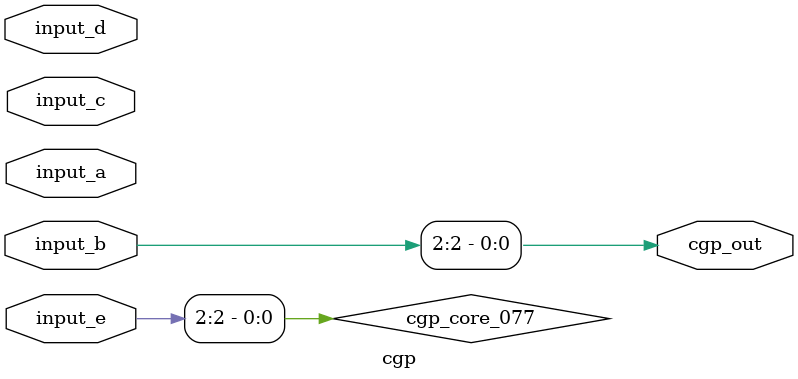
<source format=v>
module cgp(input [2:0] input_a, input [2:0] input_b, input [2:0] input_c, input [2:0] input_d, input [2:0] input_e, output [0:0] cgp_out);
  wire cgp_core_017;
  wire cgp_core_018;
  wire cgp_core_019;
  wire cgp_core_020;
  wire cgp_core_021;
  wire cgp_core_023_not;
  wire cgp_core_024;
  wire cgp_core_025;
  wire cgp_core_026;
  wire cgp_core_027;
  wire cgp_core_028;
  wire cgp_core_029_not;
  wire cgp_core_030;
  wire cgp_core_031;
  wire cgp_core_032;
  wire cgp_core_033;
  wire cgp_core_034;
  wire cgp_core_036;
  wire cgp_core_037;
  wire cgp_core_038_not;
  wire cgp_core_043;
  wire cgp_core_044;
  wire cgp_core_045;
  wire cgp_core_046;
  wire cgp_core_047;
  wire cgp_core_048;
  wire cgp_core_049;
  wire cgp_core_050;
  wire cgp_core_051;
  wire cgp_core_052;
  wire cgp_core_053;
  wire cgp_core_056;
  wire cgp_core_057;
  wire cgp_core_059;
  wire cgp_core_061;
  wire cgp_core_062;
  wire cgp_core_063;
  wire cgp_core_064;
  wire cgp_core_065;
  wire cgp_core_066;
  wire cgp_core_067;
  wire cgp_core_068;
  wire cgp_core_069;
  wire cgp_core_071;
  wire cgp_core_074;
  wire cgp_core_076;
  wire cgp_core_077;
  wire cgp_core_079;

  assign cgp_core_017 = ~input_c[0];
  assign cgp_core_018 = input_c[0] & input_e[0];
  assign cgp_core_019 = input_c[1] ^ input_e[1];
  assign cgp_core_020 = input_e[0] & input_e[1];
  assign cgp_core_021 = input_b[0] ^ cgp_core_018;
  assign cgp_core_023_not = ~input_a[0];
  assign cgp_core_024 = ~(input_c[2] | input_e[2]);
  assign cgp_core_025 = input_c[2] & input_e[2];
  assign cgp_core_026 = cgp_core_024 ^ cgp_core_023_not;
  assign cgp_core_027 = input_d[1] & cgp_core_023_not;
  assign cgp_core_028 = cgp_core_025 | cgp_core_027;
  assign cgp_core_029_not = ~input_b[0];
  assign cgp_core_030 = input_b[0] & cgp_core_017;
  assign cgp_core_031 = input_b[1] ^ cgp_core_021;
  assign cgp_core_032 = input_b[1] & cgp_core_021;
  assign cgp_core_033 = cgp_core_031 ^ cgp_core_030;
  assign cgp_core_034 = cgp_core_031 & cgp_core_030;
  assign cgp_core_036 = input_b[2] ^ cgp_core_026;
  assign cgp_core_037 = input_b[2] & cgp_core_026;
  assign cgp_core_038_not = ~input_b[0];
  assign cgp_core_043 = input_a[0] ^ input_d[0];
  assign cgp_core_044 = input_a[0] & input_d[0];
  assign cgp_core_045 = input_a[1] & input_d[1];
  assign cgp_core_046 = input_a[1] & input_d[1];
  assign cgp_core_047 = cgp_core_045 ^ cgp_core_044;
  assign cgp_core_048 = cgp_core_045 & cgp_core_044;
  assign cgp_core_049 = input_b[2] | cgp_core_048;
  assign cgp_core_050 = input_a[2] ^ input_b[2];
  assign cgp_core_051 = input_a[2] & input_d[2];
  assign cgp_core_052 = cgp_core_050 ^ cgp_core_049;
  assign cgp_core_053 = cgp_core_050 & cgp_core_049;
  assign cgp_core_056 = ~cgp_core_051;
  assign cgp_core_057 = cgp_core_028 & cgp_core_056;
  assign cgp_core_059 = ~(input_a[2] ^ input_c[0]);
  assign cgp_core_061 = ~cgp_core_052;
  assign cgp_core_062 = ~(cgp_core_038_not & cgp_core_061);
  assign cgp_core_063 = cgp_core_062 & cgp_core_059;
  assign cgp_core_064 = ~(cgp_core_038_not ^ cgp_core_052);
  assign cgp_core_065 = cgp_core_064 & cgp_core_059;
  assign cgp_core_066 = ~cgp_core_047;
  assign cgp_core_067 = cgp_core_033 & cgp_core_066;
  assign cgp_core_068 = cgp_core_067 & cgp_core_065;
  assign cgp_core_069 = ~(cgp_core_033 ^ cgp_core_047);
  assign cgp_core_071 = ~input_a[0];
  assign cgp_core_074 = ~(cgp_core_029_not ^ input_c[2]);
  assign cgp_core_076 = cgp_core_068 | input_e[0];
  assign cgp_core_077 = input_e[2] | input_e[2];
  assign cgp_core_079 = input_e[2] & input_a[0];

  assign cgp_out[0] = input_b[2];
endmodule
</source>
